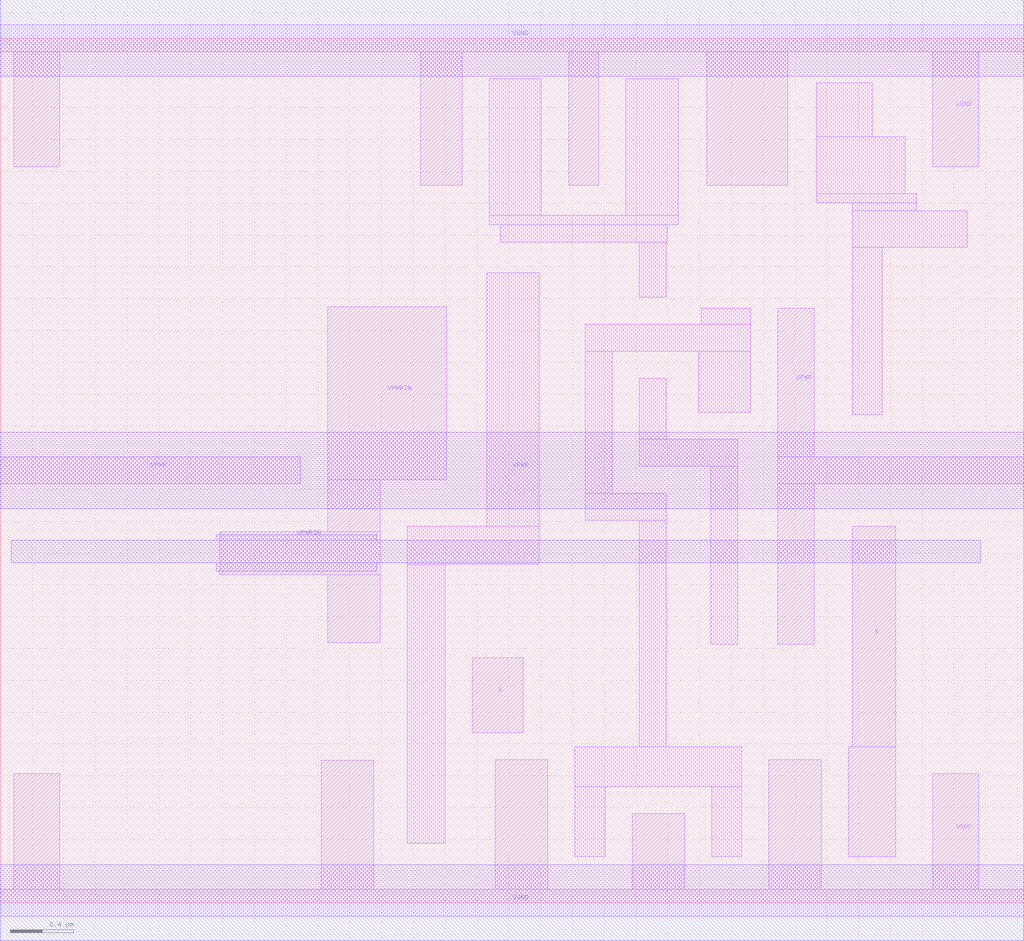
<source format=lef>
# Copyright 2020 The SkyWater PDK Authors
#
# Licensed under the Apache License, Version 2.0 (the "License");
# you may not use this file except in compliance with the License.
# You may obtain a copy of the License at
#
#     https://www.apache.org/licenses/LICENSE-2.0
#
# Unless required by applicable law or agreed to in writing, software
# distributed under the License is distributed on an "AS IS" BASIS,
# WITHOUT WARRANTIES OR CONDITIONS OF ANY KIND, either express or implied.
# See the License for the specific language governing permissions and
# limitations under the License.
#
# SPDX-License-Identifier: Apache-2.0

VERSION 5.5 ;
NAMESCASESENSITIVE ON ;
BUSBITCHARS "[]" ;
DIVIDERCHAR "/" ;
MACRO sky130_fd_sc_hd__lpflow_lsbuf_lh_hl_isowell_tap_1
  CLASS CORE WELLTAP ;
  SOURCE USER ;
  ORIGIN  0.000000  0.000000 ;
  SIZE  6.440000 BY  5.440000 ;
  SYMMETRY X Y R90 ;
  SITE unithd ;
  PIN A
    ANTENNAGATEAREA  0.603000 ;
    DIRECTION INPUT ;
    USE SIGNAL ;
    PORT
      LAYER li1 ;
        RECT 2.970000 1.070000 3.290000 1.540000 ;
    END
  END A
  PIN X
    ANTENNADIFFAREA  0.402500 ;
    DIRECTION OUTPUT ;
    USE SIGNAL ;
    PORT
      LAYER li1 ;
        RECT 5.335000 0.290000 5.635000 0.980000 ;
        RECT 5.360000 0.980000 5.635000 2.370000 ;
    END
  END X
  PIN VGND
    DIRECTION INOUT ;
    SHAPE ABUTMENT ;
    USE GROUND ;
    PORT
      LAYER li1 ;
        RECT 0.000000 -0.085000 6.440000 0.085000 ;
        RECT 0.085000  0.085000 0.375000 0.810000 ;
        RECT 2.020000  0.085000 2.350000 0.895000 ;
        RECT 3.115000  0.085000 3.445000 0.900000 ;
        RECT 3.975000  0.085000 4.305000 0.560000 ;
        RECT 4.835000  0.085000 5.165000 0.900000 ;
        RECT 5.865000  0.085000 6.155000 0.810000 ;
    END
    PORT
      LAYER li1 ;
        RECT 0.000000 5.355000 6.440000 5.525000 ;
        RECT 0.085000 4.630000 0.375000 5.355000 ;
        RECT 2.645000 4.515000 2.905000 5.355000 ;
        RECT 3.575000 4.515000 3.765000 5.355000 ;
        RECT 4.445000 4.515000 4.955000 5.355000 ;
        RECT 5.865000 4.630000 6.155000 5.355000 ;
    END
    PORT
      LAYER met1 ;
        RECT 0.000000 -0.240000 6.440000 0.240000 ;
    END
    PORT
      LAYER met1 ;
        RECT 0.000000 5.200000 6.440000 5.680000 ;
    END
  END VGND
  PIN VNB
    DIRECTION INOUT ;
    USE GROUND ;
    PORT
    END
  END VNB
  PIN VPB
    DIRECTION INOUT ;
    USE POWER ;
    PORT
    END
  END VPB
  PIN VPWR
    DIRECTION INOUT ;
    SHAPE ABUTMENT ;
    USE POWER ;
    PORT
      LAYER li1 ;
        RECT 0.000000 2.635000 1.890000 2.805000 ;
    END
    PORT
      LAYER li1 ;
        RECT 4.890000 1.625000 5.120000 2.635000 ;
        RECT 4.890000 2.635000 6.440000 2.805000 ;
        RECT 4.890000 2.805000 5.120000 3.740000 ;
    END
    PORT
      LAYER met1 ;
        RECT 0.000000 2.480000 6.440000 2.960000 ;
    END
  END VPWR
  PIN VPWRIN
    DIRECTION INOUT ;
    SHAPE ABUTMENT ;
    USE POWER ;
    PORT
      LAYER li1 ;
        RECT 1.380000 2.065000 2.390000 2.335000 ;
        RECT 2.060000 1.635000 2.390000 2.065000 ;
        RECT 2.060000 2.335000 2.390000 2.660000 ;
        RECT 2.060000 2.660000 2.810000 3.750000 ;
    END
    PORT
      LAYER met1 ;
        RECT 0.070000 2.140000 6.170000 2.280000 ;
        RECT 1.360000 2.085000 2.370000 2.140000 ;
        RECT 1.360000 2.280000 2.370000 2.315000 ;
    END
  END VPWRIN
  OBS
    LAYER li1 ;
      RECT 2.560000 0.375000 2.800000 2.130000 ;
      RECT 2.560000 2.130000 3.390000 2.370000 ;
      RECT 3.060000 2.370000 3.390000 3.965000 ;
      RECT 3.075000 4.265000 4.265000 4.325000 ;
      RECT 3.075000 4.325000 3.405000 5.185000 ;
      RECT 3.145000 4.155000 4.195000 4.265000 ;
      RECT 3.615000 0.290000 3.805000 0.730000 ;
      RECT 3.615000 0.730000 4.665000 0.980000 ;
      RECT 3.680000 2.405000 4.190000 2.575000 ;
      RECT 3.680000 2.575000 3.850000 3.470000 ;
      RECT 3.680000 3.470000 4.720000 3.640000 ;
      RECT 3.935000 4.325000 4.265000 5.185000 ;
      RECT 4.020000 0.980000 4.190000 2.405000 ;
      RECT 4.020000 2.745000 4.640000 2.915000 ;
      RECT 4.020000 2.915000 4.190000 3.300000 ;
      RECT 4.020000 3.810000 4.190000 4.155000 ;
      RECT 4.390000 3.085000 4.720000 3.470000 ;
      RECT 4.410000 3.640000 4.720000 3.740000 ;
      RECT 4.470000 1.625000 4.640000 2.745000 ;
      RECT 4.475000 0.290000 4.665000 0.730000 ;
      RECT 5.135000 4.405000 5.765000 4.460000 ;
      RECT 5.135000 4.460000 5.695000 4.820000 ;
      RECT 5.135000 4.820000 5.485000 5.160000 ;
      RECT 5.360000 3.070000 5.550000 4.125000 ;
      RECT 5.360000 4.125000 6.085000 4.355000 ;
      RECT 5.360000 4.355000 5.765000 4.405000 ;
  END
END sky130_fd_sc_hd__lpflow_lsbuf_lh_hl_isowell_tap_1
END LIBRARY

</source>
